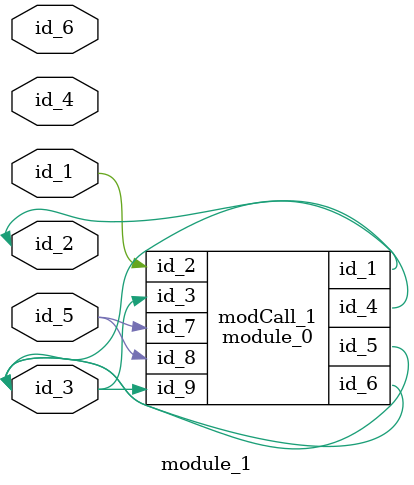
<source format=v>
module module_0 (
    id_1,
    id_2,
    id_3,
    id_4,
    id_5,
    id_6,
    id_7,
    id_8,
    id_9
);
  input wire id_9;
  input wire id_8;
  input wire id_7;
  output wire id_6;
  output wire id_5;
  inout wire id_4;
  input wire id_3;
  input wire id_2;
  inout wire id_1;
  wire id_10;
endmodule
module module_1 (
    id_1,
    id_2,
    id_3,
    id_4,
    id_5,
    id_6
);
  input wire id_6;
  module_0 modCall_1 (
      id_3,
      id_1,
      id_3,
      id_2,
      id_3,
      id_3,
      id_5,
      id_5,
      id_3
  );
  inout wire id_5;
  input wire id_4;
  inout wire id_3;
  inout wire id_2;
  input wire id_1;
endmodule

</source>
